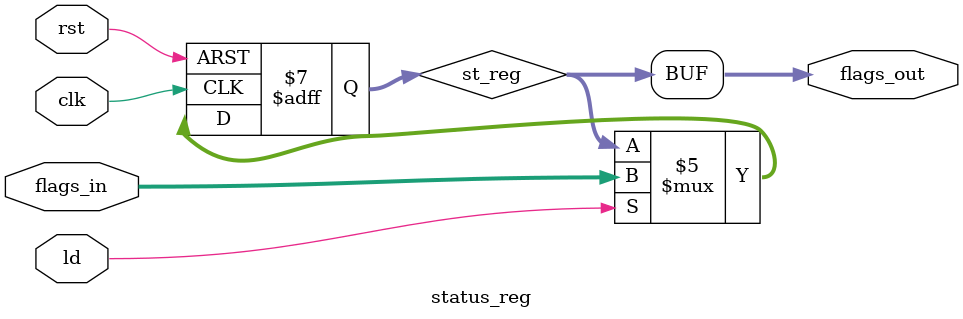
<source format=v>
/*--------------------------------------------------------------------------
    File Name :status_register.v
    File Description :
    Project Name :
    Author Name : abhaysinh chavda
    Creation Date : 01-03-2020
    Last Modified : Saturday 21 March 2020 10:46:28 PM IST
    Version :
    Organization :         
--------------------------------------------------------------------------*/

`timescale 10ns/10ns

module status_reg(
		output [4:0]flags_out,
		input [4:0]flags_in,
		input clk,ld,rst);

reg [4:0]st_reg;

assign flags_out = st_reg;

initial st_reg = 5'b00000;

always @(posedge clk or negedge rst)
begin
  if(rst == 1'b0)
    st_reg <= 5'b00000;
	else
		if(ld == 1'b1)
      st_reg <= flags_in;
		end

endmodule

</source>
